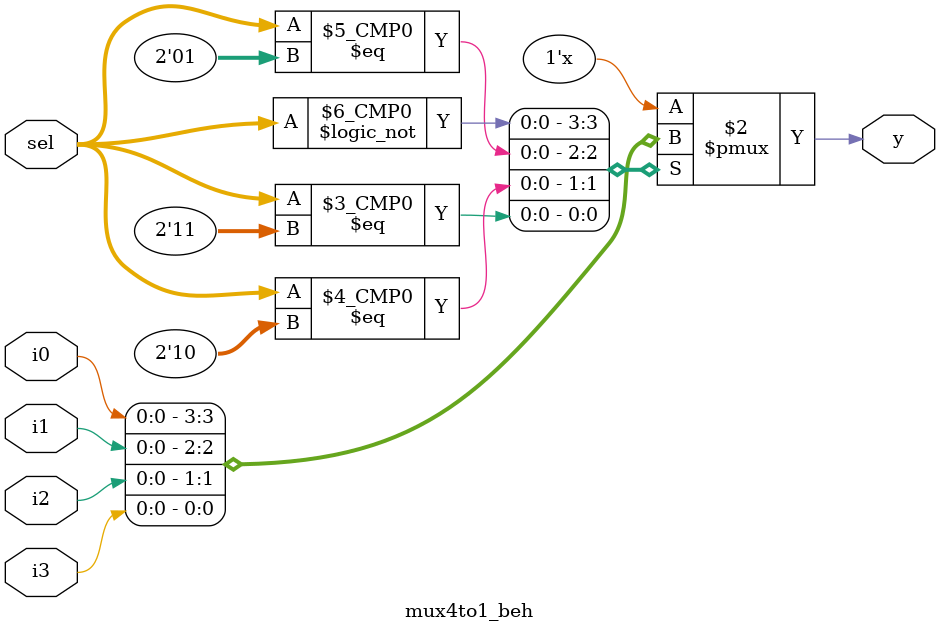
<source format=v>
module mux4to1_beh(
	input i0,    
	input i1,    
	input i2,    
	input i3,    
	input [1:0] sel,
	output reg y
);
	always @(*) begin
	case(sel)
		2'b00: y = i0; 
		2'b01: y = i1; 
		2'b10: y = i2; 
		2'b11: y = i3; 
	endcase
end
endmodule


</source>
